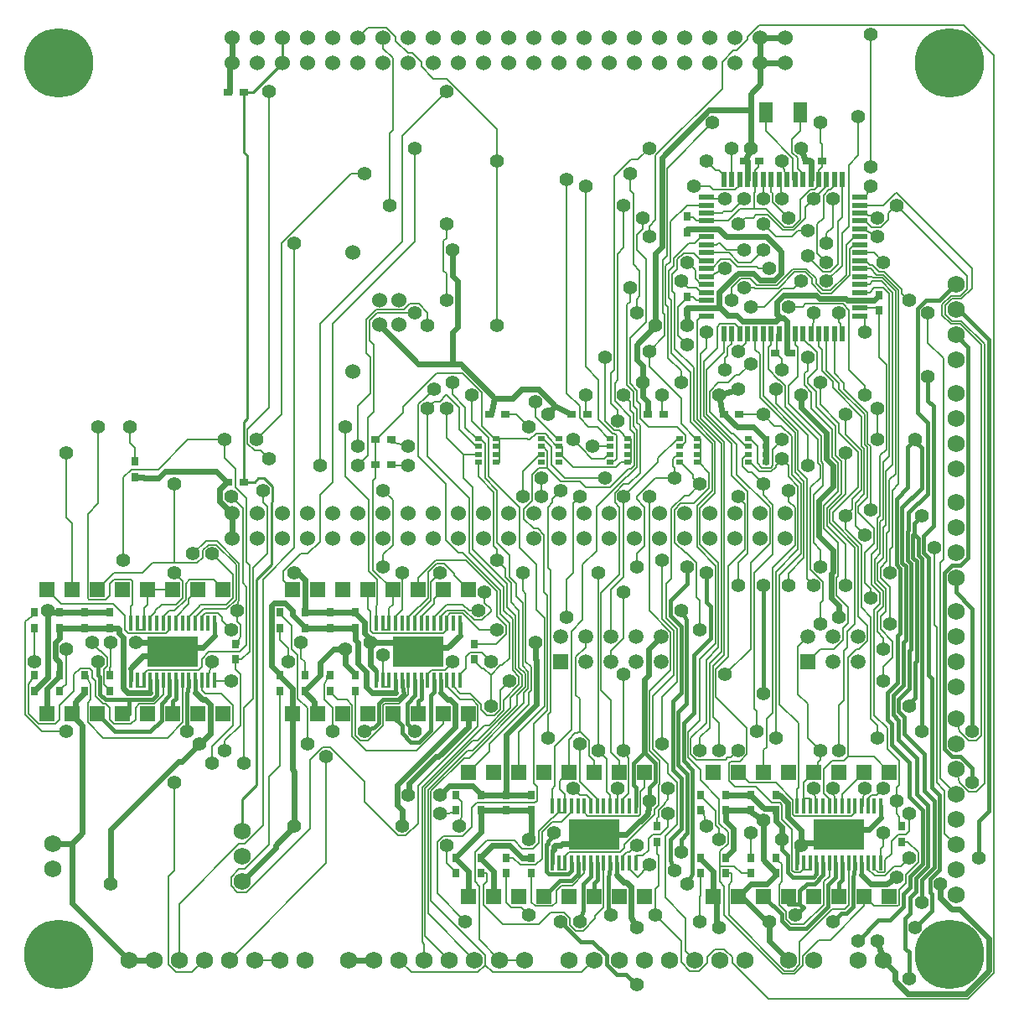
<source format=gbl>
*
*
G04 PADS 9.5 Build Number: 522968 generated Gerber (RS-274-X) file*
G04 PC Version=2.1*
*
%IN "DriverBoardRev2.pcb"*%
*
%MOIN*%
*
%FSLAX35Y35*%
*
*
*
*
G04 PC Standard Apertures*
*
*
G04 Thermal Relief Aperture macro.*
%AMTER*
1,1,$1,0,0*
1,0,$1-$2,0,0*
21,0,$3,$4,0,0,45*
21,0,$3,$4,0,0,135*
%
*
*
G04 Annular Aperture macro.*
%AMANN*
1,1,$1,0,0*
1,0,$2,0,0*
%
*
*
G04 Odd Aperture macro.*
%AMODD*
1,1,$1,0,0*
1,0,$1-0.005,0,0*
%
*
*
G04 PC Custom Aperture Macros*
*
*
*
*
*
*
G04 PC Aperture Table*
*
%ADD010C,0.001*%
%ADD016R,0.038X0.03*%
%ADD023R,0.03X0.038*%
%ADD026C,0.06*%
%ADD027R,0.06X0.06*%
%ADD033C,0.006*%
%ADD037C,0.055*%
%ADD128R,0.05906X0.02165*%
%ADD129R,0.02165X0.05906*%
%ADD189C,0.0689*%
%ADD190C,0.068*%
%ADD192R,0.01575X0.06102*%
%ADD193R,0.20276X0.12205*%
%ADD195C,0.27559*%
%ADD197R,0.05709X0.08465*%
%ADD198R,0.05906X0.05906*%
%ADD199C,0.05906*%
%ADD200R,0.0315X0.01969*%
%ADD215C,0.00984*%
%ADD217C,0.01575*%
%ADD218C,0.02362*%
*
*
*
*
G04 PC Circuitry*
G04 Layer Name DriverBoardRev2.pcb - circuitry*
%LPD*%
*
*
G04 PC Custom Flashes*
G04 Layer Name DriverBoardRev2.pcb - flashes*
%LPD*%
*
*
G04 PC Circuitry*
G04 Layer Name DriverBoardRev2.pcb - circuitry*
%LPD*%
*
G54D10*
G54D16*
G01X317426Y333390D03*
X311226D03*
X304926Y256928D03*
X298726D03*
X292426Y333390D03*
X286226D03*
X284498Y232666D03*
X278298D03*
X254261D03*
X248061D03*
X224025D03*
X217825D03*
X191269D03*
X185069D03*
X139656Y222509D03*
X145856D03*
X139656Y212509D03*
X145856D03*
X80994Y360757D03*
X87194D03*
X80994Y205757D03*
X87194D03*
G54D23*
X349094Y68857D03*
Y62657D03*
X339951Y280028D03*
Y273828D03*
X299094Y81357D03*
Y75157D03*
Y50157D03*
Y56357D03*
X289094Y75157D03*
Y81357D03*
Y56357D03*
Y50157D03*
X279094Y75157D03*
Y81357D03*
Y56357D03*
Y50157D03*
X269094Y75157D03*
Y81357D03*
Y50157D03*
Y56357D03*
X263701Y311278D03*
Y305078D03*
Y279403D03*
Y273203D03*
X251594Y68857D03*
Y62657D03*
X201594Y81357D03*
Y75157D03*
Y56357D03*
Y50157D03*
X191594Y81357D03*
Y75157D03*
Y56357D03*
Y50157D03*
X181594Y81357D03*
Y75157D03*
Y56357D03*
Y50157D03*
X179094Y141357D03*
Y135157D03*
X171594Y75157D03*
Y81357D03*
Y50157D03*
Y56357D03*
X131594Y153857D03*
Y147657D03*
Y128857D03*
Y122657D03*
X121594Y153857D03*
Y147657D03*
Y128857D03*
Y122657D03*
X111594Y153857D03*
Y147657D03*
Y122657D03*
Y128857D03*
X101594Y147657D03*
Y153857D03*
Y122657D03*
Y128857D03*
X84094Y141357D03*
Y135157D03*
X44094Y213857D03*
Y207657D03*
X34094Y153857D03*
Y147657D03*
Y128857D03*
Y122657D03*
X24094Y153857D03*
Y147657D03*
Y122657D03*
Y128857D03*
X14094Y153857D03*
Y147657D03*
Y122657D03*
Y128857D03*
X4094Y153857D03*
Y147657D03*
Y122657D03*
Y128857D03*
G54D26*
X149094Y268257D03*
Y278099D03*
X141220D03*
Y268257D03*
X130591Y296879D03*
Y249477D03*
X82677Y372272D03*
Y382272D03*
X92677Y372272D03*
Y382272D03*
X102677Y372272D03*
Y382272D03*
X112677Y372272D03*
Y382272D03*
X122677Y372272D03*
Y382272D03*
X132677Y372272D03*
Y382272D03*
X142677Y372272D03*
Y382272D03*
X152677Y372272D03*
Y382272D03*
X162677Y372272D03*
Y382272D03*
X172677Y372272D03*
Y382272D03*
X182677Y372272D03*
Y382272D03*
X192677Y372272D03*
Y382272D03*
X202677Y372272D03*
Y382272D03*
X212677Y372272D03*
Y382272D03*
X222677Y372272D03*
Y382272D03*
X232677Y372272D03*
Y382272D03*
X242677Y372272D03*
Y382272D03*
X252677Y372272D03*
Y382272D03*
X262677Y372272D03*
Y382272D03*
X272677Y372272D03*
Y382272D03*
X282677Y372272D03*
Y382272D03*
X292677Y372272D03*
Y382272D03*
X302677Y372272D03*
Y382272D03*
X82677Y183296D03*
Y193296D03*
X92677Y183296D03*
Y193296D03*
X102677Y183296D03*
Y193296D03*
X112677Y183296D03*
Y193296D03*
X122677Y183296D03*
Y193296D03*
X132677Y183296D03*
Y193296D03*
X142677Y183296D03*
Y193296D03*
X152677Y183296D03*
Y193296D03*
X162677Y183296D03*
Y193296D03*
X172677Y183296D03*
Y193296D03*
X182677Y183296D03*
Y193296D03*
X192677Y183296D03*
Y193296D03*
X202677Y183296D03*
Y193296D03*
X212677Y183296D03*
Y193296D03*
X222677Y183296D03*
Y193296D03*
X232677Y183296D03*
Y193296D03*
X242677Y183296D03*
Y193296D03*
X252677Y183296D03*
Y193296D03*
X262677Y183296D03*
Y193296D03*
X272677Y183296D03*
Y193296D03*
X282677Y183296D03*
Y193296D03*
X292677Y183296D03*
Y193296D03*
X302677Y183296D03*
Y193296D03*
G54D27*
X274094Y41072D03*
X284094D03*
X294094D03*
X304094D03*
X314094D03*
X324094D03*
X334094D03*
X344094D03*
Y90442D03*
X334094D03*
X324094D03*
X314094D03*
X304094D03*
X294094D03*
X284094D03*
X274094D03*
X176594Y41072D03*
X186594D03*
X196594D03*
X206594D03*
X216594D03*
X226594D03*
X236594D03*
X246594D03*
Y90442D03*
X236594D03*
X226594D03*
X216594D03*
X206594D03*
X196594D03*
X186594D03*
X176594D03*
X106594Y113572D03*
X116594D03*
X126594D03*
X136594D03*
X146594D03*
X156594D03*
X166594D03*
X176594D03*
Y162942D03*
X166594D03*
X156594D03*
X146594D03*
X136594D03*
X126594D03*
X116594D03*
X106594D03*
X9094Y113572D03*
X19094D03*
X29094D03*
X39094D03*
X49094D03*
X59094D03*
X69094D03*
X79094D03*
Y162942D03*
X69094D03*
X59094D03*
X49094D03*
X39094D03*
X29094D03*
X19094D03*
X9094D03*
G54D33*
X60415Y10855D02*
X57294Y13976D01*
Y49011*
X60415Y10855D02*
X66693D01*
X71594Y15757*
X183394Y13795D02*
X180455Y10855D01*
X153996*
X149094Y15757*
X226594D02*
X221693Y10855D01*
X186334*
X183394Y13795*
X268376Y11457D02*
X271594Y14676D01*
Y16838*
X274813Y20057*
X278376*
X268376Y11457D02*
X264813D01*
X261381Y14889*
Y23254*
X251102Y33532*
X305876Y11457D02*
X308461Y14042D01*
Y22982*
X321396Y35917*
X326213*
X327994Y37699*
Y47435*
X305876Y11457D02*
X302313D01*
X280194Y33576*
X306373Y10257D02*
X309728Y13612D01*
Y17471*
X315966Y23710*
X320632*
X334094Y37172*
Y41072*
X306373Y10257D02*
X301816D01*
X278494Y33579*
Y45014*
X276694Y46814*
Y52957*
X375418Y300D02*
X385752Y10634D01*
Y375391*
X375418Y300D02*
X295970D01*
X281594Y14676*
Y16838*
X278376Y20057*
X61594Y15757D02*
Y38082D01*
X85470Y61957*
X87759*
X94978Y69177*
Y167017*
X107480Y179519*
Y300619*
X81594Y15757D02*
X120079Y54241D01*
Y96524*
X91594Y15757D02*
X101594D01*
X159383Y25468D02*
Y83912D01*
X178337Y102867*
X180331*
X193397Y115932*
Y120088*
X198000Y124690*
X159094Y15757D02*
Y22058D01*
X158183Y22970*
Y84409*
X183394Y13795D02*
Y17753D01*
X161783Y39364*
Y82918*
X175512Y31013D02*
X164303Y42222D01*
X179094Y15757D02*
X160583Y34268D01*
Y83415*
X169094Y15757D02*
X159383Y25468D01*
X204618Y29882D02*
X209398Y34663D01*
X214819*
X204618Y29882D02*
X190511D01*
X182694Y37699*
X189094Y15757D02*
X180994Y23857D01*
Y45014*
X179194Y46814*
Y58629*
X189094Y15757D02*
X199094D01*
X222378Y27363D02*
X227165Y32150D01*
Y33382*
X230494Y36711*
Y47435*
X222378Y27363D02*
X219354D01*
X217087Y29630*
Y32395*
X214819Y34663*
X268740Y31013D02*
Y40832D01*
X269094Y41187*
Y50157*
X266594Y15757D02*
X263067Y19284D01*
Y32433*
X255011Y40489*
X310178Y29882D02*
X318001Y37705D01*
Y46851*
X320256Y49106*
Y54438*
X310178Y29882D02*
X305024D01*
X302885Y32020*
Y34837*
X300194Y37528*
X57294Y49011D02*
X59606Y51323D01*
Y86446*
X88414Y42613D02*
X113780Y67978D01*
Y95387*
X118567Y100174*
X121591*
X88414Y42613D02*
X84814D01*
X82269Y45158*
Y48757*
X85470Y51957*
X87759*
X97402Y61600*
Y88668*
X101594Y92861*
Y122657*
X164303Y42222D02*
Y62761D01*
X166570Y65028*
X174374*
X177918Y68572*
Y76153*
X180022Y78257*
X203167*
X203994Y79084*
X182694Y37699D02*
Y45514D01*
X183994Y46814*
Y50157*
X171594D02*
Y50557D01*
X167953Y54198*
Y61249*
X181594Y50157D02*
X183994D01*
X200709Y33532D02*
X197599Y36642D01*
X193751*
X191594Y38799*
Y50157*
X209967Y37172D02*
X211594Y38799D01*
Y43344*
X213610Y45360*
X217944*
X222756Y50172*
Y54438*
X209967Y37172D02*
X203222D01*
X201594Y38799*
Y50157*
X215079Y54438D02*
Y51687D01*
X212520*
Y54438*
X243966Y48650D02*
X245931Y50615D01*
Y51038*
X248583Y53690*
X243966Y48650D02*
X243904D01*
X240525Y52030*
Y54438*
X240669*
X230494Y47435D02*
X230433Y47496D01*
Y54438*
X255011Y40489D02*
Y64896D01*
X259792Y69676*
X251102Y33532D02*
Y44115D01*
X252233Y45245*
Y57210*
X276694Y52957D02*
Y58816D01*
X279949Y62070*
X280194Y33576D02*
Y45514D01*
X281494Y46814*
Y50157*
X279094*
X308621Y50487D02*
X310164Y52030D01*
Y54438*
X308621Y50487D02*
X306300D01*
X305402Y51385*
Y67789*
X301494Y71696*
Y77429*
X300667Y78257*
X297194*
X290900Y84552*
X282712*
X280194Y87069*
X301496Y46816D02*
Y53955D01*
X299094Y55557*
Y56357*
X300194Y37528D02*
Y45514D01*
X301496Y46816*
X289094Y50157D02*
X285231D01*
X282431Y52957*
X276694*
X312579Y54438D02*
Y51687D01*
X310020*
Y54438*
X327994Y47435D02*
X327933Y47496D01*
Y54438*
X342386Y49287D02*
X343616Y50517D01*
Y50578*
X346003Y52964*
X348645*
X351890Y56209*
X342386Y49287D02*
X338209D01*
X335466Y52030*
X341889Y50487D02*
X342416Y51014D01*
Y55519*
X344853Y57956*
Y63088*
X347522Y65757*
X350667*
X351890Y66979*
Y73847*
X341889Y50487D02*
X339568D01*
X338025Y52030*
X347467Y37172D02*
X347996Y37701D01*
Y43722*
X350597Y46322*
Y49747*
X355540Y54689*
Y58611*
X347467Y37172D02*
X337994D01*
X334094Y41072*
X335466Y52030D02*
Y54438D01*
X335610*
X338025Y52030D02*
Y54438D01*
X338169*
X151827Y65158D02*
X156734Y70065D01*
Y84885*
X180494Y108645*
Y116944*
X151827Y65158D02*
X148803D01*
X135197Y78764*
Y86568*
X121591Y100174*
X172992Y68808D02*
X173011Y68803D01*
X174014Y72963*
Y78538*
X171594Y80957*
Y81357*
X179194Y58629D02*
X183895Y63330D01*
X194898*
X202221Y60119D02*
X204539Y62437D01*
Y66899*
X210103Y72463*
X210459*
X212664Y74668*
Y77076*
X202221Y60119D02*
X198109D01*
X194898Y63330*
X203467Y53557D02*
X205919Y56008D01*
Y66582*
X209939Y70601*
X213716*
X217782Y74668*
Y77076*
X203467Y53557D02*
X197246D01*
X194446Y56357*
X191594*
X214934Y56846D02*
X216660Y58572D01*
X236922*
X238763Y60412*
Y61630*
X246092Y68960*
X246110*
X250670Y73520*
Y75620*
X252362Y77312*
Y85493*
X252669Y85800*
Y95030*
X215079Y54438D02*
X214934D01*
Y56846*
X238110Y54438D02*
X237966D01*
Y56846*
X239649Y58528*
X240823*
X243543Y61249*
X243228Y54438D02*
Y57172D01*
X246063Y57272*
X248194Y59403*
Y63929*
X250022Y65757*
X253167*
X256142Y68731*
Y73847*
X259792Y69676D02*
Y86304D01*
X256142Y89954*
Y93568*
X249972Y99738*
X252233Y57210D02*
X251594Y57848D01*
Y62657*
Y68857D02*
Y72202D01*
X252181Y72788*
Y75241*
X254630Y77690*
Y78131*
X256142Y79643*
Y83926*
X279949Y62070D02*
Y66563D01*
X276500Y70012*
Y79694*
X268879Y87315*
Y91324*
X263890Y96313*
X271260Y68808D02*
X270294Y73557D01*
Y75157*
X269094*
X276299Y63769D02*
Y67967D01*
X275105Y69161*
Y74946*
X269094Y80957*
Y81357*
X289094Y56357D02*
Y60799D01*
X288898Y60996*
Y66288*
X310164Y54438D02*
X310020D01*
X340728D02*
Y59972D01*
X341811Y61055*
Y66288*
X355540Y58611D02*
X351494Y62657D01*
X349094*
Y68857D02*
X347894D01*
Y72803*
X346850Y73847*
Y78887*
X370669Y61564D02*
X366100Y66133D01*
Y83064*
X362919Y86245*
Y147861*
X361969Y148812*
Y179674*
X160583Y83415D02*
X176298Y99130D01*
X178292*
X196164Y117002*
Y121118*
X199200Y124154*
Y129661*
X161783Y82918D02*
X175001Y96136D01*
X176995*
X198786Y117928*
Y121979*
X200400Y123592*
Y130412*
X158183Y84409D02*
X182897Y109123D01*
X184890*
X190630Y114862*
Y119048*
X196800Y125218*
Y128392*
X165433Y73847D02*
Y74124D01*
X169083*
X169194Y74235*
X171594*
Y75157*
X176594Y90442D02*
X184872Y98719D01*
Y101622*
X200714Y117464*
Y122061*
X201600Y122947*
X202694Y85999D02*
Y109516D01*
X208078Y114900*
X203994Y79084D02*
Y84699D01*
X202694Y85999*
X196594Y90442D02*
Y106351D01*
X206878Y116635*
Y151745*
X215079Y77076D02*
Y74324D01*
X212520*
Y77076*
X225459Y79484D02*
X223757Y81186D01*
X221087*
X218346Y83926*
X212664Y77076D02*
X212520D01*
X212958Y86805D02*
X216594Y90442D01*
X228018Y79484D02*
X220866Y86636D01*
Y101564*
X222612Y74668D02*
Y77076D01*
X222756*
X217782D02*
X217638D01*
X216594Y90442D02*
Y103233D01*
X219168Y105806*
X219947*
X220866Y106726*
X226594Y90442D02*
Y95027D01*
X224646Y96976*
Y102946*
X220866Y106726*
X227874Y77076D02*
X228018D01*
Y79484*
X225315Y77076D02*
X225459D01*
Y79484*
X215079Y77076D02*
Y81529D01*
X212958Y83650*
Y86805*
X209961Y77076D02*
Y83781D01*
X211126Y84947*
Y100621*
X217707Y107202*
Y146422*
X222126Y150841*
Y172844*
X227677Y178395*
Y195864*
X239783Y207969*
X240104*
X243813Y211678*
Y226465*
X244389Y73124D02*
X244924Y73660D01*
Y82631*
X246594Y84301*
Y90442*
X244389Y73124D02*
X224155D01*
X222612Y74668*
X235551Y77076D02*
X236039D01*
Y83926*
X235984*
X238110Y77076D02*
X237966D01*
Y79484*
X240494Y82012*
Y95873*
X238504Y99044*
X236594Y90442D02*
Y95067D01*
X233465Y98197*
Y118961*
X229454Y122971*
Y161713*
X232992Y77076D02*
Y81392D01*
X232992D02*
X231670Y82713D01*
Y95799*
X228425Y99044*
X280194Y87069D02*
Y93815D01*
X281029Y94649*
X284625*
X287508Y97532*
X307994Y84315D02*
Y109825D01*
X300366Y117454*
X294094Y90442D02*
Y99230D01*
X295197Y100332*
Y111643*
X297682Y114127*
Y171678*
X306577Y180574*
Y195526*
X307461Y77076D02*
Y83781D01*
X307994Y84315*
X320256Y77076D02*
X320400D01*
Y79484*
X318004Y81880*
Y91624*
X321248Y94868*
X326167*
X327823Y96524*
X314094Y90442D02*
X315562D01*
Y94342*
X316614Y95394*
Y99044*
X325374Y77076D02*
Y81721D01*
X334094Y90442*
X322815Y77076D02*
X322328D01*
Y79827*
X321654Y83926*
X315138Y77076D02*
X314650D01*
Y79827*
X314094Y83926*
X312579Y77076D02*
Y79827D01*
X310020*
Y77076*
Y86367*
X314094Y90442*
X329093Y73124D02*
X330636Y74668D01*
Y77076*
X329093Y73124D02*
X306300D01*
X305734Y73691*
Y79390*
X298977Y86147*
X288390*
X284094Y90442*
X330636Y77076D02*
X330492D01*
X335610D02*
X335466D01*
Y79484*
X337168Y81186*
X339071*
X341811Y83926*
X347994Y85375D02*
Y95024D01*
X343217Y99801*
Y108001*
X338091Y113127*
X346850Y78887D02*
Y84231D01*
X347994Y85375*
X344094Y90442D02*
X338012Y96524D01*
X327823*
X333051Y77076D02*
X333539D01*
Y79827*
X334252Y83926*
X364194Y88039D02*
Y173484D01*
X365619Y174908*
X375575Y82796D02*
X371925Y86446D01*
X370669Y91564*
X375575Y82796D02*
X378598D01*
X381937Y86134*
Y260673*
X372816Y269793*
X368957*
X366369Y272381*
X370669Y81564D02*
X364194Y88039D01*
X12467Y109672D02*
X14094Y111299D01*
Y116914*
X19833Y122653*
Y129268*
X22222Y131657*
X25967*
X12467Y109672D02*
X5722D01*
X1694Y113699*
X25194Y110199D02*
Y118014D01*
X26494Y119314*
X16772Y106603D02*
X7093D01*
X494Y113202*
X42467Y109672D02*
X44238Y111443D01*
Y115988*
X45743Y117493*
X51544*
X55256Y121205*
Y126938*
X42467Y109672D02*
X35722D01*
X34094Y111299*
Y115844*
X32446Y117493*
X31510*
X28315Y120688*
Y126604*
X27089Y127830*
Y130535*
X25967Y131657*
X56879Y104083D02*
X62994Y110199D01*
Y119935*
X56879Y104083D02*
X31310D01*
X25194Y110199*
X79764Y99044D02*
Y102850D01*
X85933Y109020*
Y129395*
X74724Y94005D02*
Y100750D01*
X82994Y109020*
Y116944*
X87323Y94005D02*
Y115971D01*
X90912Y119560*
Y171775*
X96577Y177440*
X122598Y106603D02*
Y115910D01*
X119194Y119314*
X112520Y101564D02*
Y115989D01*
X108738Y119771*
Y136842*
X106255Y139324*
Y148796*
X101594Y153457*
Y153857*
X136709Y102953D02*
X142682Y108926D01*
Y116932*
X143348Y117598*
X149149*
X152756Y121205*
Y126938*
X136709Y102953D02*
X133685D01*
X131547Y105091*
X130347Y104594D02*
Y109571D01*
X130494Y109719*
Y116944*
X128237Y119202*
X124650*
X121594Y122257*
Y122657*
X131694Y108742D02*
Y118599D01*
X131594Y118699*
Y122657*
X131547Y105091D02*
Y108594D01*
X131694Y108742*
X156033Y99044D02*
X166594Y109606D01*
Y113572*
X156033Y99044D02*
X135897D01*
X130347Y104594*
X187102Y113032D02*
X189335Y115265D01*
Y122946*
X193150Y126761*
X187102Y113032D02*
X184079D01*
X181818Y115293*
Y117318*
X177442Y121694*
X173361*
X170525Y124530*
X208268Y104083D02*
Y113268D01*
X209278Y114278*
X220866Y106726D02*
Y119619D01*
X219454Y121031*
Y136265*
X228425Y99044D02*
Y112499D01*
X228254Y112669*
Y163992*
X238504Y99044D02*
Y129280D01*
X252669Y95030D02*
X248772Y98927D01*
Y122710*
X249972Y99738D02*
Y120587D01*
X258360Y128975*
X263890Y96313D02*
Y106158D01*
X268740Y111008*
Y135310*
X274910Y141480*
X265090Y97532D02*
Y103810D01*
X271260Y109979*
Y134970*
X276110Y139820*
X268740Y99044D02*
Y104228D01*
X272614Y108103*
Y133754*
X277310Y138449*
Y220946*
X253622Y101564D02*
Y120364D01*
X259560Y126302*
X278944Y95394D02*
X279706Y96156D01*
X280970*
X283858Y99044*
X278944Y95394D02*
X267228D01*
X265090Y97532*
X273969Y112282D02*
Y132537D01*
X278510Y137078*
X287508Y97532D02*
Y107993D01*
X275169Y120332*
X276299Y99044D02*
Y109952D01*
X273969Y112282*
X291417Y106603D02*
Y114666D01*
X290287Y115796*
Y169626*
X298976Y104083D02*
Y170117D01*
X307777Y178917*
Y204132*
X327823Y96524D02*
Y116589D01*
X327722Y116690*
X316614Y99044D02*
X311614Y104044D01*
Y117502*
X307722Y121394*
X324173Y99044D02*
Y117082D01*
X325975Y118883*
Y138720*
X327357Y140102*
Y146461*
X330343Y149447*
Y179606*
X339291Y104083D02*
Y109081D01*
X336759Y111613*
Y151992*
X332936Y155815*
Y180723*
X326693Y186966*
Y192272*
X378598Y102953D02*
X380737Y105091D01*
Y260176*
X378598Y102953D02*
X375575D01*
X371925Y106603*
X370669Y111564*
X1694Y113699D02*
Y125141D01*
X2894Y127257*
Y128857*
X4094*
X494Y113202D02*
Y150257D01*
X1654Y151416*
X4094Y153070*
Y153857*
X26494Y119314D02*
Y125141D01*
X25294Y127257*
Y128857*
X24094*
X14094Y122657D02*
Y123382D01*
X16772Y125334*
Y139359*
X47579Y126938D02*
Y124187D01*
X45020*
Y126938*
X47434Y129346D02*
X49160Y131072D01*
X69422*
X70603Y132253*
Y135361*
X70603D02*
X73506Y138263D01*
X85674*
X88453Y141043*
Y164095*
X33020Y132632D02*
Y135832D01*
X30218Y138634*
X30095*
X26850Y141879*
X31694Y125457D02*
Y131306D01*
X33020Y132632*
X34094Y122657D02*
Y123057D01*
X31694Y125457*
X34094Y128857D02*
Y131833D01*
X34409Y132148*
Y141879*
X47579Y126938D02*
X47434D01*
Y129346*
X62994Y119935D02*
X62933Y119996D01*
Y126938*
X82994Y116944D02*
X78218Y121721D01*
X71876*
X70610Y122987*
Y126938*
X85933Y129395D02*
X84094Y131234D01*
Y135157*
X82283Y126761D02*
X75728D01*
Y126938*
X73169D02*
Y127575D01*
X74724Y134320*
X119194Y119314D02*
Y125141D01*
X120394Y127257*
Y128857*
X121594*
X111594D02*
Y134145D01*
X110000Y135740*
Y141879*
X145079Y126938D02*
Y124187D01*
X142520*
Y126938*
Y131921*
X142756Y132157*
Y136839*
X160433Y126938D02*
X160289D01*
Y129346*
X162015Y131072*
X167224*
X170472Y134320*
X167966Y126938D02*
X168110D01*
X185591Y128963D02*
X182754Y131800D01*
X182051*
X179094Y134757*
Y135157*
X185591Y128963D02*
X189432Y132805D01*
X189967*
X192960Y135798*
Y149619*
X170525Y124530D02*
Y126938D01*
X170669*
X180494Y116944D02*
X178237Y119202D01*
X173294*
X167966Y124530*
Y126938*
X185591Y116682D02*
Y128963D01*
X173228Y126938D02*
Y129202D01*
X175673Y131647*
Y136408*
X177222Y137957*
X181954*
X198000Y124690D02*
Y129009D01*
X195411Y131598*
Y152699*
X192164Y155945*
Y165285*
X178432Y179017*
Y203617*
X174724Y207325*
Y216682*
X196800Y128392D02*
X194185Y131006D01*
Y151159*
X190782Y154563*
Y163926*
X176905Y177803*
Y199381*
X160394Y215892*
Y235107*
X199200Y129661D02*
X196830Y132031D01*
Y154710*
X193613Y157927*
Y165562*
X191320Y167854*
Y171424*
X188110Y174635*
X200400Y130412D02*
X198189Y132622D01*
Y157747*
X195669Y160267*
Y165335*
X193150Y167854*
Y176512*
X188110Y181551*
Y202415*
X183266Y207259*
Y220948*
X181188Y223027*
X180551*
X201600Y122947D02*
Y132253D01*
X199484Y134369*
Y161400*
X198189Y162695*
Y169595*
X208078Y114900D02*
Y160596D01*
X206822Y161852*
Y184666*
X204256Y187233*
X202677*
X198777Y191133*
X209278Y114278D02*
Y170615D01*
X208268Y171626*
X248772Y122710D02*
X257160Y131098D01*
Y146062*
X259560Y126302D02*
Y147383D01*
X255356Y151586*
X258360Y128975D02*
Y146706D01*
X253622Y151444*
Y174635*
X275169Y120332D02*
Y131416D01*
X279959Y136206*
Y172425*
X286577Y179044*
X278819Y129280D02*
X288898Y139359D01*
Y173492*
X296577Y181171*
Y195613*
X300366Y117454D02*
Y168650D01*
X308977Y177261*
X307722Y121394D02*
Y140467D01*
X311575Y144320*
X327722Y116690D02*
Y135916D01*
X331166Y139359*
X332063*
X335428Y142724*
X338091Y113127D02*
Y155062D01*
X340422Y157392*
X341811Y126761D02*
Y132304D01*
X345461Y135954*
Y142452*
X4173Y134320D02*
Y141374D01*
X4094Y141453*
Y147657*
X47579Y149576D02*
Y146824D01*
X45020*
Y149576*
X47579D02*
Y155526D01*
X49094Y157042*
Y162942*
X42461Y149576D02*
Y156281D01*
X42994Y156815*
X56416Y145624D02*
X57959Y147168D01*
Y149576*
X56416Y145624D02*
X41300D01*
X40115Y146810*
Y152509*
X35375Y157249*
X14787*
X9094Y162942*
X57959Y149576D02*
X57815D01*
X65348Y151984D02*
X69685Y156321D01*
Y156703*
X69979Y156997*
X80422*
X82994Y159569*
Y168884*
X68051Y149576D02*
X67907D01*
Y151984*
X71185Y155262*
X80384*
X84194Y159072*
X60230Y151984D02*
X65458Y157212D01*
Y159305*
X69094Y162942*
X55112Y151984D02*
X57790Y154662D01*
X59784*
X64226Y159104*
Y165346*
X65722Y166842*
X75194*
X50138Y149576D02*
X49994D01*
Y151984*
X52047Y154037*
Y154477*
X54567Y156997*
X60422*
X62994Y159569*
X65492Y149576D02*
X65348D01*
Y151984*
X60374Y149576D02*
X60230D01*
Y151984*
X55256Y149576D02*
X55112D01*
Y151984*
X70610Y149576D02*
X70466D01*
Y151984*
X72009Y153527*
X85933Y144398D02*
Y149063D01*
X84803Y150194*
Y154477*
X82283Y146918D02*
X78559Y150642D01*
Y151856*
X76889Y153527*
X72009*
X84094Y135157D02*
X86494D01*
X89653Y138315*
X84094Y141357D02*
X85294D01*
Y142957*
X85933Y144398*
X89653Y138315D02*
Y172698D01*
X88450Y173902*
Y199328*
X84094Y203683*
Y210929*
X79764Y215259*
Y222509*
X104961Y134320D02*
Y139730D01*
X101594Y143096*
Y147657*
X145079Y149576D02*
Y146824D01*
X142520*
Y149576*
X147494D02*
Y151984D01*
X150495Y154985*
X147494Y149576D02*
X147638D01*
X145079D02*
Y155526D01*
X146594Y157042*
Y162942*
X139961Y149576D02*
Y156281D01*
X140494Y156815*
Y166830*
X166711Y145624D02*
X168255Y147168D01*
Y149576*
X166711Y145624D02*
X138800D01*
X137644Y146781*
Y154231*
X136594Y155280*
Y162942*
X155315Y149576D02*
X155171D01*
Y151984*
X161736Y158549*
Y165898*
X165433Y169595*
X162992Y149576D02*
X162848D01*
Y151984*
X167861Y156997*
X165407Y151984D02*
X168150Y154727D01*
X175060*
X168255Y149576D02*
X168110D01*
X167966Y151984D02*
X169509Y153527D01*
X174484*
X157730Y151984D02*
X162958Y157212D01*
Y159305*
X166594Y162942*
X152612Y151984D02*
X156912Y156284D01*
X157210*
X160514Y159589*
Y169838*
X163921Y173245*
X166945*
X168110Y149576D02*
X167966D01*
Y151984*
X165551Y149576D02*
X165407D01*
Y151984*
X157874Y149576D02*
X157730D01*
Y151984*
X152756Y149576D02*
X152612D01*
Y151984*
X182063Y150827D02*
X185591Y154355D01*
Y155233*
X182063Y150827D02*
X178960D01*
X175060Y154727*
X188110Y146918D02*
X181092D01*
X174484Y153527*
X185591Y134320D02*
X181954Y137957D01*
X179094Y141357D02*
X187711D01*
X191760Y145406*
X192960Y149619D02*
X189399Y153181D01*
Y162567*
X174351Y177615*
X172842*
X167677Y182781*
Y204959*
X156744Y215892*
Y236619*
X191760Y145406D02*
Y148776D01*
X188110Y152426*
Y162159*
X175634Y174635*
X206878Y151745D02*
X203731Y154893D01*
Y172971*
X197077Y179625*
Y195526*
X184707Y207897*
Y223141*
X178031Y229816*
Y240146*
X219454Y136265D02*
X223307Y140118D01*
Y144320*
X215827Y151957D02*
Y167076D01*
X218285Y169534*
Y197251*
X220866Y199831*
X233307Y144320D02*
Y162935D01*
X238504Y168132*
Y199831*
X233307Y134320D02*
Y138522D01*
X238504Y143719*
Y162036*
X255356Y151586D02*
Y165331D01*
X257367Y167341*
Y195198*
X262569Y200401*
X264270*
X268740Y204871*
X257160Y146062D02*
X248583Y154640D01*
Y199831*
X268740Y146918D02*
Y158761D01*
X267480Y160020*
Y173497*
X263397Y177581*
X262877*
X258661Y181796*
Y194796*
X278510Y137078D02*
Y221632D01*
X269049Y231092*
X276110Y139820D02*
Y173641D01*
X268740Y181011*
X274910Y141480D02*
Y172437D01*
X267540Y179807*
X327823Y149535D02*
Y155867D01*
X323043Y160647*
X316614Y149438D02*
Y157501D01*
X317744Y158631*
Y166068*
X311575Y134320D02*
X316575Y139320D01*
X322023*
X325792Y143089*
Y147504*
X327823Y149535*
X345461Y142452D02*
X340681Y147232D01*
Y152297*
X342822Y154438*
Y163292*
X335428Y142724D02*
Y148771D01*
X331732Y152466*
Y180061*
X321654Y190139*
X341811Y139359D02*
Y143711D01*
X339291Y146231*
Y153952*
X344331Y149438D02*
Y163957D01*
X340681Y167607*
Y171781*
X25194Y159569D02*
Y193018D01*
X29370Y197194*
Y227548*
X19094Y162942D02*
Y189169D01*
X16772Y191492*
Y217469*
X32467Y159042D02*
X34094Y160669D01*
Y165215*
X35722Y166842*
X42467*
X32467Y159042D02*
X25722D01*
X25194Y159569*
X42994Y156815D02*
Y166315D01*
X42467Y166842*
X29094Y162942D02*
X35748Y169595D01*
X47008*
X50917Y173504*
X59606*
X62994Y159569D02*
Y166315D01*
X62381Y166928*
X62274*
X59606Y169595*
X49094Y162942D02*
X59094D01*
X85394Y158575D02*
Y173343D01*
X76544Y182194*
X82994Y168884D02*
X74724Y177154D01*
X84194Y159072D02*
Y172846D01*
X76236Y180804*
X88453Y164095D02*
X86922Y165626D01*
Y195193*
X82283Y199831*
X84803Y154477D02*
X84947D01*
Y158127*
X85394Y158575*
X79094Y162942D02*
X75194Y166842D01*
X102958Y166578D02*
Y170235D01*
X109877Y177154*
X112677*
X117559Y182036*
Y200481*
X122598Y205520*
Y268624*
X155354Y301380*
Y338414*
X106594Y162942D02*
X102958Y166578D01*
X140494Y166830D02*
X137077Y170247D01*
Y198640*
X127638Y208079*
Y227548*
X138777Y170759D02*
Y206382D01*
X139656Y207261*
Y212509*
X142756Y172115D02*
Y176812D01*
X146577Y180633*
X146594Y162942D02*
X138777Y170759D01*
X150495Y154985D02*
Y169595D01*
X150315*
X156594Y162942D02*
Y167616D01*
X163614Y174635*
X175634*
X185591Y155233D02*
X183071Y157753D01*
Y162036*
X180551Y154477D02*
Y154583D01*
X176901*
X174487Y156997*
X167861*
X176594Y162942D02*
X171021Y168516D01*
Y169170*
X166945Y173245*
X208268Y171626D02*
Y195796D01*
X210062Y197590*
Y199106*
X213307Y202351*
X228254Y163992D02*
X228425Y164163D01*
Y169595*
X229454Y161713D02*
X236577Y168836D01*
Y195754*
X243543Y172115D02*
Y177206D01*
X246577Y180240*
Y195793*
X283858Y164556D02*
Y173492D01*
X287777Y177411*
Y201895*
X290287Y169626D02*
X297777Y177116D01*
Y196746*
X304016Y164556D02*
Y169404D01*
X310177Y175566*
X317744Y166068D02*
X315477Y168335D01*
X315232*
X312691Y170876*
Y203499*
X323735Y168254D02*
Y181602D01*
X318054Y187283*
X323043Y160647D02*
Y167562D01*
X323735Y168254*
X326693Y164556D02*
Y180950D01*
X319254Y188389*
Y195388*
X316614Y172115D02*
Y178765D01*
X313891Y181488*
X314094Y164556D02*
X311434Y167216D01*
Y206885*
X307846Y210473*
Y225950*
X293976Y239820*
Y264787*
X337081Y164892D02*
Y177100D01*
X339206Y179225*
Y191193*
X340424Y192411*
Y216223*
X342941Y218740*
X340422Y157392D02*
Y161551D01*
X337081Y164892*
X342822Y163292D02*
X339481Y166633D01*
Y173350*
X341622Y162319D02*
X338281Y165660D01*
Y174919*
X339291Y153952D02*
X341622Y156283D01*
Y162319*
X340681Y171781D02*
X343070Y174170D01*
Y185208*
X344036Y186175*
Y206554*
X346541Y209059*
Y281504*
X336772Y159517D02*
Y163233D01*
X334252Y165752*
Y177653*
X344331Y169595D02*
Y179009D01*
X345252Y179929*
Y202451*
X347741Y204941*
Y282001*
X39449Y174635D02*
Y207684D01*
X42522Y210757*
X53366*
X65118Y222509*
X79764*
X59606Y204871D02*
Y173504D01*
X68677*
X70945Y175772*
Y178537*
X73213Y180804*
X76236*
X67165Y177154D02*
X72205Y182194D01*
X76544*
X96577Y177440D02*
Y195959D01*
X94882Y197654*
Y202351*
X146577Y180633D02*
Y198530D01*
X142756Y202351*
X188110Y174635D02*
Y179058D01*
X186744Y180425*
Y201704*
X180551Y207897*
Y213532*
X198777Y191133D02*
Y195085D01*
X201969Y198276*
Y208773*
X204540Y211344*
X208026*
X268740Y181011D02*
Y195370D01*
X274790Y201420*
X267540Y179807D02*
Y196362D01*
X273590Y202412*
X286577Y179044D02*
Y197113D01*
X283858Y199831*
X318054Y187283D02*
Y196195D01*
X323735Y201876*
X321654Y190139D02*
Y193609D01*
X331732Y203688*
X313891Y181488D02*
Y200533D01*
X317814Y204456*
X308977Y177261D02*
Y205009D01*
X305322Y208664*
Y223844*
X301084Y228083*
X298442*
X293937Y232587*
X310177Y175566D02*
Y205976D01*
X306584Y209569*
Y225309*
X292662Y239231*
Y256621*
X290827Y258456*
Y264787*
X326693Y192272D02*
X329274Y194853D01*
Y198820*
X332932Y202478*
Y218333*
X339481Y173350D02*
X341789Y175659D01*
Y187568*
X342831Y188610*
Y210013*
X345341Y212523*
Y281007*
X330343Y179606D02*
X320454Y189496D01*
Y194581*
X334252Y177653D02*
X337902Y181303D01*
Y187363*
X331732Y193532*
Y195889*
X338281Y174919D02*
X340509Y177147D01*
Y189928*
X341626Y191045*
Y213472*
X344141Y215987*
Y280510*
X334252Y184713D02*
X330532Y188433D01*
Y197384*
X365619Y174908D02*
Y254890D01*
X359449Y261060*
Y272902*
X117559Y212430D02*
Y268624D01*
X150315Y301380*
Y343454*
X167953Y361091*
X132677Y212430D02*
X136592Y216344D01*
Y231185*
X138917Y233510*
Y260469*
X139656Y212509D02*
Y222509D01*
X152835Y212430D02*
X145856D01*
Y212509*
X208026Y211344D02*
Y218039D01*
X206188Y219877*
X205551*
X198189Y199831D02*
Y210134D01*
X204849Y216794*
X205748Y199831D02*
Y207391D01*
X223256Y203741D02*
X220901Y206096D01*
X213274*
X208026Y211344*
X223256Y203741D02*
X233157D01*
X240484Y211068*
X241505*
X242613Y212175*
X235389Y211648D02*
X237273Y213532D01*
X240138*
X235389Y211648D02*
X218354D01*
X213274Y216728*
X242613Y212175D02*
Y224965D01*
X241024Y226554*
Y231711*
X234854Y237880*
X236577Y195754D02*
X234854Y197477D01*
Y201343*
X238381Y204871*
X240440*
X245013Y209443*
Y228154*
X243543Y199954D02*
X250980Y207391D01*
X258661*
X246577Y195793D02*
X243543Y198827D01*
Y199954*
X238504Y199831D02*
X252144Y213472D01*
Y215257*
X259915Y223027*
X260551*
X230945Y207391D02*
X214948D01*
X209703Y212635*
Y219511*
X206188Y223027*
X258661Y194796D02*
X261177Y197312D01*
X266343*
X272390Y203359*
Y209370*
X258661Y207391D02*
Y211315D01*
X258076Y211900*
Y214889*
X268740Y204871D02*
X266159Y207452D01*
Y208515*
X261142Y213532*
X260551*
X272390Y209370D02*
X268228Y213532D01*
X267638*
X287777Y201895D02*
X281339Y208334D01*
Y220828*
X270249Y231918*
Y253561*
X274790Y201420D02*
Y221581D01*
X266220Y230150*
Y251165*
X258727Y258659*
Y280606*
X257531Y281801*
X273590Y202412D02*
Y220961D01*
X264926Y229626*
Y249306*
X257402Y256829*
Y278046*
X256331Y279117*
X285576Y211937D02*
Y214889D01*
X287415Y216728*
X297045Y209910D02*
X298915Y211781D01*
Y212369*
X301496Y214950*
X297045Y209910D02*
X292264D01*
X288642Y213532*
X288051*
X296889Y211451D02*
X297664Y212227D01*
X297664D02*
Y218676D01*
X301496Y222509*
X296889Y211451D02*
X293387D01*
X291594Y213244*
Y220120*
X288688Y223027*
X307777Y204132D02*
X304077Y207832D01*
Y212369*
X301496Y214950*
X296577Y195613D02*
X283457Y208733D01*
Y220735*
X271449Y232743*
Y250446*
X297777Y196746D02*
X293937Y200586D01*
Y204871*
X306577Y195526D02*
X304016Y198087D01*
Y202351*
X293937Y204871D02*
X289258Y209550D01*
X287964*
X285576Y211937*
X316614Y212430D02*
X315685Y213359D01*
Y222690*
X302721Y235654*
Y244083*
X300359Y246446*
X300114*
X295926Y250634*
Y259267*
X312691Y203499D02*
X316614Y207422D01*
Y212430*
X319254Y195388D02*
X324935Y201069D01*
Y213989*
X320454Y194581D02*
X326693Y200820D01*
Y217469*
X317814Y204456D02*
Y213136D01*
X317050Y213900*
Y223998*
X304016Y237033*
X323735Y201876D02*
Y213416D01*
X321457Y215693*
Y226641*
X313177Y234922*
Y241367*
X310375Y244169*
X311575Y212430D02*
Y224434D01*
X298976Y237033*
Y242666*
X331732Y203688D02*
Y217714D01*
X324173Y225273*
Y229121*
X316614Y236680*
Y245186*
X330532Y197384D02*
X334132Y200984D01*
Y218918*
X331732Y195889D02*
X335332Y199489D01*
Y219503*
X336772Y194792D02*
Y219814D01*
X335489Y221096*
Y233383*
X326170Y242703*
Y245083*
X322323Y248930*
Y264787*
X44094Y213857D02*
Y219214D01*
X41969Y221340*
Y227548*
X88712Y226607D02*
X97402Y235296D01*
Y361091*
Y214950D02*
X94157Y218195D01*
X91514*
X88712Y220997*
Y226607*
X92362Y222509D02*
X102441Y232587D01*
Y300741*
X130035Y328335*
X135197*
X132677Y219989D02*
Y236035D01*
X137717Y241074*
Y255395*
X139656Y222509D02*
X140056D01*
X150728Y233181*
Y235642*
X163921Y248836*
X174504*
X152835Y219989D02*
X147456Y221309D01*
X145856*
Y222509*
X179915Y219786D02*
X172992Y226708D01*
Y235230*
X168075Y240146*
X167830*
X179915Y219786D02*
X180551D01*
Y219831*
X174724Y216682D02*
X167953Y223454D01*
Y235107*
X187638Y213532D02*
X188913D01*
Y216682*
X187638D02*
X188913D01*
Y219831*
X187638D02*
X188913D01*
Y222981*
X187638D02*
X187047D01*
X181975Y228053*
Y241364*
X174504Y248836*
X180551Y222981D02*
X179961D01*
X175512Y227430*
Y235452*
X170472Y240491*
Y245186*
X180551Y222981D02*
Y223027D01*
Y216682D02*
X174724D01*
X201039Y222509D02*
X203559Y225028D01*
X207336*
X201039Y222509D02*
X200374D01*
X199902Y222981*
X187638*
X188913Y216682D02*
X187638D01*
X188913Y219831D02*
X187638D01*
X188913Y222981D02*
X187638D01*
X200709Y227548D02*
X195591Y232666D01*
X191269*
X205551Y222981D02*
Y223027D01*
X206188*
X205551Y219831D02*
Y219877D01*
Y216682D02*
Y216794D01*
X204849*
X212638Y219831D02*
Y219786D01*
X212001*
X208268Y223519*
Y224096*
X207336Y225028*
X225783Y214950D02*
X221591Y219141D01*
Y219264*
X218346Y222509*
X225783Y214950D02*
X230637D01*
X232415Y216728*
X213913Y219831D02*
X212638D01*
Y216682D02*
Y216728D01*
X213274*
X212638Y216682D02*
X213913D01*
Y219831*
X212638Y222981D02*
X212047D01*
X203228Y231800*
Y237627*
X224025Y232666D02*
X223386D01*
Y240146*
X233845Y213329D02*
X235526Y215010D01*
Y224338*
X233845Y213329D02*
X233051D01*
Y213532*
X241413Y216682D02*
X240138D01*
X241413Y219831D02*
X240138D01*
X241413Y222981D02*
X240138D01*
X243813Y226465D02*
X242408Y227870D01*
Y233083*
X241131Y234361*
Y237520*
X238504Y240146*
X245013Y228154D02*
X243768Y229399D01*
Y234781*
X242455Y236094*
Y241538*
X239824Y244169*
Y276238*
X235526Y224338D02*
X234823Y225042D01*
X234151*
X234151D02*
X228425Y230768D01*
Y246446*
X223386Y251485*
Y323296*
X235984Y230068D02*
Y234385D01*
X233465Y236905*
Y249009*
X240138Y213532D02*
X241413D01*
Y216682*
X240138D02*
X241413D01*
Y219831*
X240138D02*
X241413D01*
Y222981*
X240138D02*
X239251D01*
X238091Y225028*
X236789Y226330*
X234560*
X230945Y229945*
Y255265*
X233051Y222981D02*
X232461D01*
X227894Y227548*
X224471*
X220866Y231152*
Y235901*
X215827Y240940*
Y325816*
X233051Y219831D02*
Y219866D01*
X225906*
Y219989*
X233051Y216682D02*
Y216728D01*
X232415*
X261188Y219786D02*
X263026Y221624D01*
Y224338*
X261188Y219786D02*
X260551D01*
Y219831*
X263026Y224338D02*
X259798Y227566D01*
X248489*
X245127Y230928*
X245127D02*
Y236478D01*
X243779Y237827*
Y242091*
X241024Y244847*
Y262974*
X258076Y214889D02*
X259915Y216728D01*
X260551*
X254261Y232666D02*
X253622D01*
Y240146*
X267638Y213532D02*
X268913D01*
Y216682*
X267638D02*
X268913D01*
Y219831*
X267638D02*
X268913D01*
Y222981*
X267638D02*
X267047D01*
X261181Y228847*
Y238887*
X248583Y251485*
Y257784*
X260551Y222981D02*
Y223027D01*
Y216682D02*
Y216728D01*
X287415Y219786D02*
X282172Y225028D01*
X281263*
X272649Y233642*
Y241658*
X287415Y219786D02*
X288051D01*
Y219831*
X268913Y216682D02*
X267638D01*
X268913Y219831D02*
X267638D01*
X268913Y222981D02*
X267638D01*
X277310Y220946D02*
X267610Y230646D01*
Y269818*
X269049Y231092D02*
Y256675D01*
X271260Y258886*
Y265343*
X288051Y222981D02*
Y223027D01*
X288688*
X288051Y216682D02*
Y216728D01*
X287415*
X293937Y232587D02*
X290059D01*
X289980Y232666*
X284498*
X324935Y213989D02*
X322672Y216252D01*
Y228025*
X314895Y235801*
Y241544*
X311575Y244865*
Y246851*
X342941Y218740D02*
Y252328D01*
X339951Y255319*
Y273828*
X332932Y218333D02*
X326693Y224572D01*
Y232587*
X334132Y218918D02*
X332990Y220061D01*
Y231789*
X321619Y243159*
Y245642*
X317199Y250062*
Y258446*
X316024Y259621*
Y264787*
X335332Y219503D02*
X334252Y220584D01*
Y232559*
X324173Y242638*
Y245083*
X319173Y250083*
Y264787*
X339291Y222509D02*
Y235107D01*
X156744Y236619D02*
X159546Y239421D01*
X159668*
X162913Y242666*
X160394Y235107D02*
X163036Y237749D01*
X165433*
X167830Y240146*
X234854Y237880D02*
Y245087D01*
X235984Y246218*
Y296335*
X238504Y298855*
Y315737*
X233465Y249009D02*
X234690Y250234D01*
Y327163*
X241436Y333909*
X244078*
X248583Y338414*
X261181Y245186D02*
Y249996D01*
X256078Y255100*
Y275422*
X255131Y276369*
X271449Y250446D02*
X278228Y257225D01*
Y264787*
X272649Y241658D02*
X276177Y245186D01*
X280079*
X283133Y248240*
X284393*
X288898Y252745*
X278819Y250225D02*
Y254997D01*
X279818Y255996*
Y259140*
X281378Y260700*
Y264787*
X307726Y247636D02*
Y259292D01*
X306575Y260443*
Y264787*
X304016Y237033D02*
Y243926D01*
X307726Y247636*
X301496Y250225D02*
Y254558D01*
X299126Y256928*
X298726*
X310375Y244169D02*
Y248891D01*
X311575Y250091*
Y255265*
Y246851D02*
X315225Y250501D01*
Y257410*
X334252Y240146D02*
Y244126D01*
X328166Y250212*
Y274071*
X325685Y276552*
X137717Y255395D02*
X136120Y256991D01*
Y270369*
X139902Y274151*
X151051*
X153453Y276552*
X156866*
X137320Y269872D02*
X140351Y272902D01*
X155354*
X138917Y260469D02*
X137320Y262065D01*
Y269872*
X160394Y267863D02*
Y273025D01*
X156866Y276552*
X188110Y267863D02*
Y333375D01*
X241024Y262974D02*
X247193Y269144D01*
Y294160*
X248583Y257784D02*
X254752Y263954D01*
Y272213*
X243543Y272902D02*
Y278446D01*
X244674Y279576*
X267610Y269818D02*
X269469Y271677D01*
X271339*
X254752Y272213D02*
X253931Y273034D01*
Y294096*
X263701Y260304D02*
X260051Y263954D01*
Y275353*
X284528Y264787D02*
X284672D01*
Y266802*
X282833Y268640*
X270249Y253561D02*
X275578Y258889D01*
Y267445*
X276773Y268640*
X282833*
X283858Y257784D02*
X287008Y260934D01*
Y264787*
X287677*
X295926Y259267D02*
X297126Y260468D01*
Y264787*
X298726Y256928D02*
X299493D01*
Y264787*
X300276*
X309580D02*
X309724D01*
X315225Y257410D02*
X312331Y260304D01*
X312049*
X309580Y262773*
Y264787*
X312874D02*
X313657D01*
Y268727*
X314094Y269165*
Y272902*
X325472Y264787D02*
X324690D01*
Y268688*
X324173Y269204*
Y272902*
X334252Y265343D02*
Y271677D01*
X332362*
X366369Y272381D02*
Y275943D01*
X368954Y278528*
X372813*
X377087Y282801*
X380737Y260176D02*
X372388Y268525D01*
X368529*
X365169Y271884*
Y276440*
X167953Y277942D02*
Y288524D01*
X166822Y289655*
Y301504*
X239824Y276238D02*
X241024Y277438D01*
Y282981*
X244674Y279576D02*
Y289738D01*
X242249Y292163*
Y320307*
X241024Y321532*
Y328335*
X260051Y275353D02*
X263701Y279003D01*
Y279403*
X256331Y279117D02*
Y289779D01*
X258356Y291804*
Y294574*
X264401Y300619*
X266626*
X269324Y303317*
X257531Y281801D02*
Y288147D01*
X259803Y290419*
Y294324*
X262189Y296710*
X255131Y276369D02*
Y291476D01*
X256916Y293261*
Y309166*
X263521Y315771*
X263521D02*
X271339D01*
Y281126D02*
Y280981D01*
X271339D02*
X269324D01*
X269324D02*
X267496Y282810D01*
X263872*
X261181Y285501*
X273353Y290430D02*
X277113Y294190D01*
X280777*
X273353Y290430D02*
X271339D01*
Y290575*
Y284275D02*
Y284131D01*
X269324*
X266884Y286572*
Y289877*
X263701Y293060*
X281339Y277942D02*
Y283104D01*
X284866Y286631*
X288795*
X271339Y287425D02*
X272371D01*
X278819Y290540*
X271339Y277976D02*
X267486D01*
X266101Y279361*
X263701*
Y279403*
X299910Y282728D02*
X306333Y289151D01*
X310567*
X299910Y282728D02*
X290598D01*
X290345Y282981*
X286378*
X299304Y283928D02*
X305727Y290351D01*
X311064*
X299304Y283928D02*
X291498D01*
X288795Y286631*
X288898Y275422D02*
X294483D01*
X301538Y282477*
X306031*
X309055Y285501*
X304016Y275422D02*
X309559D01*
X310689Y276552*
X315216*
X296457Y290540D02*
X291991D01*
X291204Y291327*
X283640*
X280777Y294190*
X321143Y280651D02*
X328323Y287831D01*
Y298143*
X330348Y300168*
X332362*
X321143Y280651D02*
X317125D01*
X313198Y284577*
Y286519*
X310567Y289151*
X320646Y281851D02*
X326932Y288137D01*
Y299902*
X330348Y303317*
X332362*
X320646Y281851D02*
X317622D01*
X314941Y284532*
Y286474*
X311064Y290351*
X322983Y276489D02*
X323047Y276552D01*
X325685*
X322983Y276489D02*
X315280D01*
X315216Y276552*
X320646Y289410D02*
X323563Y292327D01*
Y309168*
X325472Y311078*
Y325811*
X320646Y289410D02*
X317622D01*
X314820Y292212*
Y292335*
X311575Y295580*
X319134Y285501D02*
X325258Y291625D01*
Y304545*
X327982Y307270*
Y331731*
X331732Y335481*
Y351013*
X345341Y281007D02*
X340848Y285501D01*
X337440*
X344141Y280510D02*
X341670Y282981D01*
X338151*
X346541Y281504D02*
X341239Y286807D01*
X337788*
X337170Y287425*
X332362*
X347741Y282001D02*
X341654Y288089D01*
X339159*
X336673Y290575*
X332362*
Y281126D02*
X336295D01*
X338151Y282981*
X332362Y284275D02*
X336215D01*
X337440Y285501*
X339951Y273828D02*
Y274827D01*
X332362*
X365169Y276440D02*
X368522Y279793D01*
X372382*
X374969Y282381*
Y287618*
X351890Y277942D02*
X349125Y280706D01*
Y282315*
X342090Y289349*
X339978*
X337365Y291962*
X336283*
X334377Y293869*
X334377D02*
X332362D01*
X377087Y282801D02*
Y290663D01*
X346973Y320776*
X374969Y287618D02*
X346850Y315737D01*
X166822Y301504D02*
X167953Y302635D01*
Y308178*
X247193Y294160D02*
X243543Y297810D01*
Y303895*
X246063Y306414*
Y310698*
X248583Y303139D02*
Y307422D01*
X251115Y309954*
Y335482*
X277677Y362044*
Y372788*
X282162Y377272*
X283193*
X287677Y381757*
Y382788*
X292308Y387419*
X253931Y294096D02*
X255603Y295769D01*
Y330317*
X273780Y348493*
X283920Y308117D02*
X286530Y310728D01*
X289906*
X291006Y311828*
X295665*
X283920Y308117D02*
X283858Y308178D01*
X269324Y293580D02*
X266194Y296710D01*
X262189*
X269324Y293580D02*
X271339D01*
Y293724*
X286378Y298099D02*
X279256D01*
X276737Y300619*
X271339Y312622D02*
X277514D01*
X278109Y313217*
X281339*
X286378Y318257*
X271339Y309472D02*
X279991D01*
X284744Y314225*
X290287*
X271339Y309472D02*
X267486D01*
X266101Y310857*
X263701*
Y311278*
X271339Y303173D02*
Y303317D01*
X269324*
X271339Y300023D02*
X275291D01*
X275887Y300619*
X276737*
X306025Y305848D02*
X310699Y310522D01*
Y314861*
X314094Y318257*
X306025Y305848D02*
X301646D01*
X295665Y311828*
X305528Y307048D02*
X308582Y310102D01*
Y317906*
X312608Y321932*
X314304*
X316168Y323796*
Y325811*
X305528Y307048D02*
X302323D01*
X295146Y314225*
X290287*
X305209Y303139D02*
X307729Y305658D01*
X311575*
X305209Y303139D02*
X298976D01*
X293937Y308178*
Y298099D02*
X288898Y293060D01*
X284174*
X280360Y296874*
X271339*
X304016Y310698D02*
X300771Y313943D01*
X300648*
X297717Y316874*
Y320503*
X297126Y321094*
Y325811*
X315484Y308178D02*
X318004Y310698D01*
Y319769*
X320167Y321932*
X320603*
X322467Y323796*
Y325811*
X319134Y300619D02*
Y304545D01*
X321654Y307065*
Y318257*
X319134Y293060D02*
X315484Y296710D01*
Y308178*
X336945Y307048D02*
X334377Y309617D01*
X332362*
X336945Y307048D02*
X340803D01*
X343605Y309850*
Y312492*
X346850Y315737*
X341811Y293060D02*
X337997Y296874D01*
X332362*
X339291Y303139D02*
X333621Y306323D01*
X332362*
X339291Y310698D02*
X335015Y311839D01*
X332362*
Y312622*
Y293724D02*
Y293869D01*
Y300023D02*
Y300168D01*
Y303173D02*
Y303317D01*
Y309472D02*
Y309617D01*
X145276Y315737D02*
Y344371D01*
X146577Y345673*
X282833Y321958D02*
X284672Y323796D01*
Y325811*
X282833Y321958D02*
X273991D01*
X272653Y323296*
X266220*
X271339Y318921D02*
Y318138D01*
X278819*
Y318257*
X284672Y325811D02*
X284528D01*
X281378D02*
Y332194D01*
X281339Y332234*
Y338414*
X278228Y325811D02*
Y327681D01*
X276299Y329610*
X275025*
X271260Y333375*
X290287Y314225D02*
Y320593D01*
X290827Y321133*
Y325811*
X293937Y318257D02*
Y325811D01*
X293976*
X301496Y318257D02*
X301058Y323158D01*
Y325811*
X300276*
X306575D02*
X305792D01*
Y334433*
X294961Y345264*
Y352799*
X303425Y325811D02*
X302643D01*
Y328464*
X301496Y333375*
X290827Y325811D02*
Y329664D01*
X292153Y330990*
Y333390*
X292426*
X316168Y325811D02*
X316024D01*
X319325D02*
X319173D01*
X313943Y318408D02*
X319325Y323789D01*
Y325811*
X322467D02*
X322323D01*
X309724D02*
X309869D01*
Y327825*
X307521Y330173*
Y334593*
X305405Y336709*
X314094Y318257D02*
X313943Y318408D01*
X316024Y325811D02*
X316100D01*
Y329664*
X317426Y330990*
Y333390*
X341689Y315737D02*
X346728Y320776D01*
X346973*
X341689Y315737D02*
X338969D01*
X338935Y315771*
X332362*
X336772Y330855D02*
Y383769D01*
X332362Y318921D02*
X334632D01*
X336772Y323296*
X146577Y345673D02*
Y374180D01*
X142677Y378080*
Y382272*
X188110Y333375D02*
Y346096D01*
X168075Y366131*
X162677*
X157874Y370934*
Y372591*
X154256Y376209*
X152677*
X147795Y381091*
Y382670*
X144177Y386288*
X305405Y336709D02*
Y342129D01*
X308740Y345464*
Y352799*
X317426Y333390D02*
Y339910D01*
X316614Y340722*
Y348493*
X132677Y382272D02*
X136693Y386288D01*
X144177*
X385752Y375391D02*
X373724Y387419D01*
X292308*
G54D37*
X243543Y5816D03*
X351890Y8335D03*
X175512Y31013D03*
X213307D03*
X220866D03*
X243543Y28493D03*
X268740Y31013D03*
X276299Y28493D03*
X296457Y31013D03*
X321654D03*
X339291Y23454D03*
X331732D03*
X354409Y28493D03*
X34409Y46131D03*
X200709Y33532D03*
X233465D03*
X263701Y46131D03*
X258661Y51170D03*
X251102Y33532D03*
X306535D03*
X346850Y48650D03*
X364488Y46131D03*
X356929Y38572D03*
X107480Y68808D03*
X150315D03*
X167953Y61249D03*
X172992Y68808D03*
X200709Y63769D03*
X210787Y66288D03*
X243543Y61249D03*
X248583Y53690D03*
X261181Y58729D03*
X271260Y68808D03*
X276299Y63769D03*
X293937Y71328D03*
X301496Y63769D03*
X288898Y66288D03*
X309055Y61249D03*
X341811Y66288D03*
X351890Y56209D03*
X379606D03*
X59606Y86446D03*
X152835Y81406D03*
X165433D03*
Y73847D03*
X218346Y83926D03*
X248583Y78887D03*
X235984Y83926D03*
X256142D03*
Y73847D03*
X321654Y83926D03*
X314094D03*
X346850Y78887D03*
X334252Y83926D03*
X341811D03*
X351890Y73847D03*
X377087Y86446D03*
X16772Y106603D03*
X64646D03*
X69685Y101564D03*
X79764Y99044D03*
X74724Y94005D03*
X87323D03*
X120079Y96524D03*
X122598Y106603D03*
X112520Y101564D03*
X135197Y106603D03*
X155354D03*
X208268Y104083D03*
X228425Y99044D03*
X220866Y101564D03*
X238504Y99044D03*
X268740D03*
X253622Y101564D03*
X276299Y99044D03*
X283858D03*
X291417Y106603D03*
X298976Y104083D03*
X316614Y99044D03*
X324173D03*
X339291Y104083D03*
X356929Y106603D03*
X377087D03*
X82283Y126761D03*
X185591Y116682D03*
X193150Y126761D03*
X238504Y129280D03*
X278819D03*
X293937Y121721D03*
X341811Y126761D03*
X351890Y116682D03*
X4173Y134320D03*
X26850Y141879D03*
X16772Y139359D03*
X44488Y141879D03*
X29370Y134320D03*
X34409Y141879D03*
X82283Y146918D03*
X74724Y134320D03*
X104961D03*
X127638Y139359D03*
X110000Y141879D03*
X137717D03*
X142756Y136839D03*
X188110Y146918D03*
X185591Y134320D03*
X170472D03*
X203228Y141879D03*
X215827Y151957D03*
X268740Y146918D03*
X324173Y151957D03*
X316614Y149438D03*
X341811Y139359D03*
X344331Y149438D03*
X9213Y154477D03*
X59606Y169595D03*
X84803Y154477D03*
X107480Y169595D03*
X142756Y172115D03*
X165433Y169595D03*
X150315D03*
X180551Y154477D03*
X183071Y162036D03*
X198189Y169595D03*
X228425D03*
X238504Y162036D03*
X243543Y172115D03*
X261181Y154477D03*
X263701Y172115D03*
X283858Y164556D03*
X271260Y169595D03*
X293937Y164556D03*
X304016D03*
X326693D03*
X316614Y172115D03*
X314094Y164556D03*
X336772Y159517D03*
X344331Y169595D03*
X39449Y174635D03*
X67165Y177154D03*
X74724D03*
X188110Y174635D03*
X253622D03*
X326693Y192272D03*
X334252Y184713D03*
X356929Y192272D03*
X361969Y179674D03*
X59606Y204871D03*
X82283Y199831D03*
X94882Y202351D03*
X117559Y212430D03*
X132677D03*
X142756Y202351D03*
X152835Y212430D03*
X198189Y199831D03*
X205748D03*
Y207391D03*
X220866Y199831D03*
X213307Y202351D03*
X238504Y199831D03*
X248583D03*
X230945Y207391D03*
X258661D03*
X268740Y204871D03*
X283858Y199831D03*
X293937Y204871D03*
X304016Y202351D03*
X311575Y212430D03*
X336772Y194792D03*
X16772Y217469D03*
X41969Y227548D03*
X29370D03*
X79764Y222509D03*
X97402Y214950D03*
X92362Y222509D03*
X127638Y227548D03*
X132677Y219989D03*
X152835D03*
X208268Y232587D03*
X200709Y227548D03*
X225906Y219989D03*
X218346Y222509D03*
X235984Y230068D03*
X301496Y214950D03*
X293937Y232587D03*
X301496Y222509D03*
X326693Y217469D03*
Y232587D03*
X339291Y222509D03*
X354409D03*
X160394Y235107D03*
X162913Y242666D03*
X167953Y235107D03*
X170472Y245186D03*
X178031Y240146D03*
X203228Y237627D03*
X223386Y240146D03*
X246063Y245186D03*
X238504Y240146D03*
X253622D03*
X261181Y245186D03*
X283858Y242666D03*
X276299Y240146D03*
X278819Y250225D03*
X301496D03*
X288898Y252745D03*
X298976Y242666D03*
X309055Y240146D03*
X316614Y245186D03*
X339291Y235107D03*
X334252Y240146D03*
X359449Y247706D03*
X155354Y272902D03*
X160394Y267863D03*
X188110D03*
X230945Y255265D03*
X248583Y257784D03*
X243543Y272902D03*
X263701Y267863D03*
X251102D03*
X263701Y260304D03*
X283858Y257784D03*
X271260Y265343D03*
X324173Y272902D03*
X314094D03*
X311575Y255265D03*
X334252Y265343D03*
X359449Y272902D03*
X167953Y277942D03*
X241024Y282981D03*
X261181Y285501D03*
X281339Y277942D03*
X286378Y282981D03*
X278819Y290540D03*
X288898Y275422D03*
X304016D03*
X296457Y290540D03*
X319134Y285501D03*
X309055D03*
X351890Y277942D03*
X107480Y300619D03*
X167953Y308178D03*
X170472Y298099D03*
X248583Y303139D03*
X246063Y310698D03*
X263701Y293060D03*
X286378Y298099D03*
X283858Y308178D03*
X304016Y310698D03*
X293937Y308178D03*
Y298099D03*
X319134Y300619D03*
X311575Y305658D03*
X319134Y293060D03*
X311575Y295580D03*
X341811Y293060D03*
X339291Y303139D03*
Y310698D03*
X135197Y328335D03*
X145276Y315737D03*
X215827Y325816D03*
X223386Y323296D03*
X241024Y328335D03*
X238504Y315737D03*
X266220Y323296D03*
X278819Y318257D03*
X286378D03*
X293937D03*
X301496D03*
X321654D03*
X314094D03*
X336772Y330855D03*
Y323296D03*
X346850Y315737D03*
X155354Y338414D03*
X188110Y333375D03*
X248583Y338414D03*
X281339D03*
X273780Y348493D03*
X271260Y333375D03*
X288898Y338414D03*
X301496Y333375D03*
X309055Y338414D03*
X316614Y348493D03*
X331732Y351013D03*
X97402Y361091D03*
X167953D03*
X336772Y383769D03*
G54D128*
X332362Y318921D03*
Y315771D03*
Y312622D03*
Y309472D03*
Y306323D03*
Y303173D03*
Y300023D03*
Y296874D03*
Y293724D03*
Y290575D03*
Y287425D03*
Y284275D03*
Y281126D03*
Y277976D03*
Y274827D03*
Y271677D03*
X271339D03*
Y274827D03*
Y277976D03*
Y281126D03*
Y284275D03*
Y287425D03*
Y290575D03*
Y293724D03*
Y296874D03*
Y300023D03*
Y303173D03*
Y306323D03*
Y309472D03*
Y312622D03*
Y315771D03*
Y318921D03*
G54D129*
X325472Y264787D03*
X322323D03*
X319173D03*
X316024D03*
X312874D03*
X309724D03*
X306575D03*
X303425D03*
X300276D03*
X297126D03*
X293976D03*
X290827D03*
X287677D03*
X284528D03*
X281378D03*
X278228D03*
Y325811D03*
X281378D03*
X284528D03*
X287677D03*
X290827D03*
X293976D03*
X297126D03*
X300276D03*
X303425D03*
X306575D03*
X309724D03*
X312874D03*
X316024D03*
X319173D03*
X322323D03*
X325472D03*
G54D189*
X86614Y46957D03*
Y56957D03*
Y66957D03*
G54D190*
X370669Y254162D03*
Y264162D03*
Y274162D03*
Y284162D03*
Y210855D03*
Y220855D03*
Y230855D03*
Y240855D03*
Y167548D03*
Y177548D03*
Y187548D03*
Y197548D03*
Y124241D03*
Y134241D03*
Y144241D03*
Y154241D03*
Y41564D03*
Y51564D03*
Y61564D03*
Y71564D03*
Y81564D03*
Y91564D03*
Y101564D03*
Y111564D03*
X331594Y15757D03*
X341594D03*
X304094D03*
X314094D03*
X216594D03*
X226594D03*
X236594D03*
X246594D03*
X256594D03*
X266594D03*
X276594D03*
X286594D03*
X129094D03*
X139094D03*
X149094D03*
X159094D03*
X169094D03*
X179094D03*
X189094D03*
X199094D03*
X41594D03*
X51594D03*
X61594D03*
X71594D03*
X81594D03*
X91594D03*
X101594D03*
X111594D03*
X11319Y62007D03*
Y52007D03*
G54D192*
X340728Y54438D03*
X338169D03*
X335610D03*
X333051D03*
X330492D03*
X327933D03*
X325374D03*
X322815D03*
X320256D03*
X317697D03*
X315138D03*
X312579D03*
X310020D03*
X307461D03*
Y77076D03*
X310020D03*
X312579D03*
X315138D03*
X317697D03*
X320256D03*
X322815D03*
X325374D03*
X327933D03*
X330492D03*
X333051D03*
X335610D03*
X338169D03*
X340728D03*
X243228Y54438D03*
X240669D03*
X238110D03*
X235551D03*
X232992D03*
X230433D03*
X227874D03*
X225315D03*
X222756D03*
X220197D03*
X217638D03*
X215079D03*
X212520D03*
X209961D03*
Y77076D03*
X212520D03*
X215079D03*
X217638D03*
X220197D03*
X222756D03*
X225315D03*
X227874D03*
X230433D03*
X232992D03*
X235551D03*
X238110D03*
X240669D03*
X243228D03*
X173228Y126938D03*
X170669D03*
X168110D03*
X165551D03*
X162992D03*
X160433D03*
X157874D03*
X155315D03*
X152756D03*
X150197D03*
X147638D03*
X145079D03*
X142520D03*
X139961D03*
Y149576D03*
X142520D03*
X145079D03*
X147638D03*
X150197D03*
X152756D03*
X155315D03*
X157874D03*
X160433D03*
X162992D03*
X165551D03*
X168110D03*
X170669D03*
X173228D03*
X75728Y126938D03*
X73169D03*
X70610D03*
X68051D03*
X65492D03*
X62933D03*
X60374D03*
X57815D03*
X55256D03*
X52697D03*
X50138D03*
X47579D03*
X45020D03*
X42461D03*
Y149576D03*
X45020D03*
X47579D03*
X50138D03*
X52697D03*
X55256D03*
X57815D03*
X60374D03*
X62933D03*
X65492D03*
X68051D03*
X70610D03*
X73169D03*
X75728D03*
G54D193*
X324094Y65757D03*
X226594D03*
X156594Y138257D03*
X59094D03*
G54D195*
X368110Y372272D03*
Y17942D03*
X13780Y372272D03*
Y17942D03*
G54D197*
X308740Y352799D03*
X294961D03*
G54D198*
X311575Y134320D03*
X213307D03*
G54D199*
X311575Y144320D03*
X321575Y134320D03*
Y144320D03*
X331575Y134320D03*
Y144320D03*
X213307D03*
X223307Y134320D03*
Y144320D03*
X233307Y134320D03*
Y144320D03*
X243307Y134320D03*
Y144320D03*
X253307Y134320D03*
Y144320D03*
G54D200*
X288051Y213532D03*
Y216682D03*
Y219831D03*
Y222981D03*
X295138D03*
Y219831D03*
Y216682D03*
Y213532D03*
X260551D03*
Y216682D03*
Y219831D03*
Y222981D03*
X267638D03*
Y219831D03*
Y216682D03*
Y213532D03*
X233051D03*
Y216682D03*
Y219831D03*
Y222981D03*
X240138D03*
Y219831D03*
Y216682D03*
Y213532D03*
X205551D03*
Y216682D03*
Y219831D03*
Y222981D03*
X212638D03*
Y219831D03*
Y216682D03*
Y213532D03*
X180551D03*
Y216682D03*
Y219831D03*
Y222981D03*
X187638D03*
Y219831D03*
Y216682D03*
Y213532D03*
G54D215*
X86614Y66957D02*
Y79678D01*
X92362Y85427*
Y167017*
X98277Y172932*
Y197498*
X98724Y197945*
Y203943*
X87194Y205757D02*
X91520D01*
X93154Y207391*
X87194Y205757D02*
Y229644D01*
X88606Y231055*
Y335398*
X98724Y203943D02*
X95276Y207391D01*
X93154*
X88606Y335398D02*
X87194Y336809D01*
Y360757*
X91161*
X102677Y372272*
Y382272*
G54D217*
X243543Y5816D02*
X239504Y9855D01*
X235725*
X231594Y13986*
Y17527*
X226012Y23110*
X221210*
X213307Y31013*
X351890Y8335D02*
Y18817D01*
X350272Y20435*
Y32361*
X220866Y31013D02*
X222207Y35523D01*
Y45977*
X225315Y49085*
Y54438*
X310877Y28195D02*
X319688Y37006D01*
Y45574*
X322815Y48701*
Y54438*
X310877Y28195D02*
X304325D01*
X301198Y31321*
Y33968*
X294094Y41072*
X321654Y31013D02*
X324871Y34230D01*
X326912*
X329707Y37025*
Y48650*
X330492Y52174*
Y54438*
X331732Y23454D02*
X339816Y31538D01*
X344220*
X349684Y37002*
Y42102*
X352382Y44801*
Y49137*
X357227Y53982*
Y75465*
X350272Y32361D02*
X352326Y34415D01*
Y40748*
X354655Y43077*
Y48326*
X359449Y53120*
Y77423*
X354409Y28493D02*
X361067Y35150D01*
Y41993*
X207786Y50812D02*
Y61565D01*
X208268Y62047*
Y62957*
X211193Y65882*
X206594Y41072D02*
X212959Y47436D01*
X217634*
X220197Y49999*
Y54438*
X216441Y49999D02*
X217638Y51196D01*
Y54438*
X216441Y49999D02*
X208599D01*
X207786Y50812*
X226594Y41072D02*
Y46374D01*
X227874Y47654*
Y54438*
X235551Y49606D02*
Y54438D01*
X232207Y48650D02*
X232992Y52174D01*
Y54438*
X233465Y33532D02*
X232207Y34790D01*
Y48650*
X263701Y46131D02*
X265829Y49854D01*
Y91228*
X258661Y51170D02*
X257044Y55404D01*
Y63606*
X306535Y33532D02*
X306789Y33278D01*
X310045Y36534*
X308507Y38072D02*
X304094D01*
Y41072*
X308507Y38072D02*
Y43446D01*
X311191Y46131*
X314345*
X317697Y49483*
Y54438*
X313938Y48799D02*
X315138Y49999D01*
Y54438*
X313938Y48799D02*
X305601D01*
X303714Y50686*
Y57256*
X301496Y59474*
Y63769*
X310045Y36534D02*
X308507Y38072D01*
X324094Y41072D02*
Y46328D01*
X325374Y47607*
Y54438*
X333051Y49606D02*
Y54438D01*
X361067Y41993D02*
X360351Y42709D01*
Y47853*
X364143Y51646*
Y81273*
X356929Y38572D02*
Y47516D01*
X361969Y52555*
Y79129*
X211193Y65882D02*
X210787Y66288D01*
X209961Y54438D02*
Y58876D01*
X210354Y59270*
X257044Y63606D02*
X261479Y68041D01*
Y87834*
X261181Y58729D02*
Y63767D01*
X263654Y66240*
Y89531*
X307461Y54438D02*
Y59654D01*
X309055Y61249*
X340728Y72243D02*
Y77076D01*
X379606Y56209D02*
Y70882D01*
X383624Y74900*
Y262232*
X248583Y78887D02*
Y84284D01*
X250982Y86683*
X243228Y77076D02*
Y84241D01*
X242207Y85262*
Y94016*
X250982Y86683D02*
Y94016D01*
X246594Y98404*
X261479Y87834D02*
X257853Y91460D01*
Y118615*
X263654Y89531D02*
X260028Y93157D01*
Y114327*
X265829Y91228D02*
X262203Y94854D01*
Y110039*
X361969Y79129D02*
X358096Y83002D01*
Y97595*
X350142Y105549*
Y112305*
X347752Y114694*
Y119375*
X357227Y75465D02*
X352152Y80540D01*
Y94461*
X345179Y101434*
Y109574*
X343403Y111350*
Y122127*
X359449Y77423D02*
X355107Y81764D01*
Y95918*
X347645Y103380*
Y111134*
X345578Y113201*
Y120852*
X364143Y81273D02*
X361149Y84267D01*
Y127740*
X359812Y129077*
Y175796*
X357831Y177776*
Y184356*
X377087Y86446D02*
Y91917D01*
X372479Y96524*
X368938*
X365882Y99581*
X50088Y106603D02*
X54567Y111082D01*
Y117589*
X57815Y120837*
Y126938*
X50088Y106603D02*
X36063D01*
X29094Y113572*
X64646Y106603D02*
X64682D01*
Y121696*
X64707Y121721*
X65492Y124674*
Y126938*
X146074Y113051D02*
Y113572D01*
X146594*
X135197Y106603D02*
X139318Y108333D01*
X140995Y110010*
Y117631*
X142775Y119411*
X148576*
X150886Y121721*
X157068Y102466D02*
X161594Y106992D01*
Y121015*
X162992Y122412*
Y126938*
X157068Y102466D02*
X153641D01*
X150254Y105852*
Y108871*
X146074Y113051*
X152207Y109995D02*
Y117729D01*
X155315Y120837*
Y126938*
X155354Y106603D02*
X152429Y109529D01*
Y109774*
X152207Y109995*
X242207Y94016D02*
X246594Y98404D01*
X262203Y110039D02*
X266220Y114056D01*
Y136862*
X272878Y143519*
Y156236*
X365882Y99581D02*
Y169531D01*
X368899Y172548*
X372440*
X375457Y175565*
X356929Y106603D02*
Y122051D01*
X357167Y122289*
Y175181*
X377087Y106603D02*
Y155469D01*
X370669Y161886*
Y167548*
X41595Y119202D02*
X32188D01*
X30005Y121384*
Y128424*
X29370Y129059*
Y134320*
X41595Y119202D02*
X50866D01*
X52706Y121042*
Y122403*
X39094Y113572D02*
X41595D01*
Y119202*
X42461Y126938D02*
Y131770D01*
X50138Y122106D02*
Y126938D01*
X68051Y122106D02*
Y126938D01*
X52706Y122403D02*
X52697Y122412D01*
Y126938*
X59094Y113572D02*
Y118500D01*
X60374Y119779*
Y126938*
X147638Y122106D02*
Y126938D01*
X139961D02*
Y130707D01*
X139429Y131239*
X165551Y122106D02*
Y126938D01*
X150886Y121721D02*
X150197Y124674D01*
Y126938*
X156594Y113572D02*
Y118500D01*
X157874Y119779*
Y126938*
X260028Y114327D02*
X263422Y117721D01*
Y150867*
X257853Y118615D02*
X261247Y122009D01*
Y148321*
X293937Y121721D02*
Y164556D01*
X343403Y122127D02*
X347342Y126066D01*
Y144625*
X348468Y145751*
Y171338*
X345578Y120852D02*
X349710Y124984D01*
Y141945*
X350643Y142878*
Y172267*
X347752Y119375D02*
X352069Y123692D01*
Y138598*
X352818Y139347*
Y173203*
X351484Y117088D02*
X354409Y120013D01*
Y133918*
X354993Y134501*
Y174151*
X351890Y116682D02*
X351484Y117088D01*
X75728Y144743D02*
Y149576D01*
X173228Y144743D02*
Y149576D01*
X263422Y150867D02*
X261181Y154477D01*
X261247Y148321D02*
X257044Y152524D01*
Y158756*
X263701Y165413*
Y172115*
X272878Y156236D02*
X271260Y157854D01*
Y169595*
X348468Y171338D02*
X346954Y172852D01*
Y199109*
X350643Y172267D02*
X349129Y173781D01*
Y195550*
X354020Y186940D02*
Y189363D01*
X356929Y192272*
X353478Y184713D02*
X354020Y185255D01*
Y186940*
X357167Y175181D02*
X355655Y176693D01*
Y183438*
X354379Y184713*
X353478*
X354993Y174151D02*
X353478Y175665D01*
Y184713*
X352818Y173203D02*
X351304Y174717D01*
Y186075*
X351845Y186617*
Y193496*
X359449Y201099*
Y229152*
X357831Y184356D02*
X361624Y188148D01*
Y235884*
X375457Y175565D02*
Y259375D01*
X370669Y264162*
X346954Y199109D02*
X351484Y203639D01*
Y219583*
X354409Y222509*
X349129Y195550D02*
X356929Y203350D01*
Y219177*
X354409Y222509D02*
X354004Y222103D01*
X356929Y219177*
X359449Y229152D02*
X355311Y233289D01*
Y274616*
X361624Y235884D02*
X359449Y238059D01*
Y247706*
X383624Y262232D02*
X371182Y274675D01*
X355311Y274616D02*
X358637Y277942D01*
X363896*
X370393Y284438*
X370669Y284162*
Y274162D02*
X371182Y274675D01*
G54D218*
X374556Y2381D02*
X383671Y11496D01*
Y24387*
X374556Y2381D02*
X351436D01*
X346308Y7509*
Y11043*
X341594Y15757*
X51594D02*
X41594D01*
X18975Y38376*
Y62007*
X129094Y15757D02*
X139094D01*
X243543Y28493D02*
X241376Y32733D01*
Y44809*
X239503Y46682*
X238475*
X235551Y49606*
X276299Y28493D02*
X275214D01*
Y41072*
X274094*
X296457Y31013D02*
X295881Y30437D01*
X284670Y41647*
X304094Y15757D02*
X296457Y23394D01*
Y31013*
X341594Y15757D02*
X339291Y23454D01*
X383671Y24387D02*
X372006Y36052D01*
X368854*
X364488Y40418*
Y46131*
X34409D02*
Y67657D01*
X61421Y94668*
X62790*
X69685Y101564*
X86614Y46957D02*
X100128Y60471D01*
Y61455*
X107480Y68808*
X186594Y41072D02*
Y51076D01*
X181594Y56076*
Y56357*
X176594Y41072D02*
Y51076D01*
X171594Y56076*
Y56357*
X284094Y41072D02*
X284670D01*
Y41647*
X284094Y41072D02*
X289154Y46131D01*
X295469*
X299094Y49757*
Y50157*
X274094Y41072D02*
Y51076D01*
X269094Y56076*
Y56357*
X299094Y50157D02*
Y50438D01*
X293937Y55595*
Y71328*
X346850Y48650D02*
X342962Y46131D01*
X336526*
X333051Y49606*
X18975Y62007D02*
X23165Y66196D01*
Y109123*
X18975Y62007D02*
X11319D01*
X107480Y68808D02*
Y90622D01*
X106594Y91508*
Y113572*
X150315Y68808D02*
Y75429D01*
X148304Y77440*
X171594Y56357D02*
Y56757D01*
X181594Y66757*
Y75157*
Y56357D02*
Y56757D01*
X186087Y61249*
X192948*
X198166Y56209D02*
X198313Y56357D01*
X201594*
X198166Y56209D02*
X197987D01*
X192948Y61249*
X200709Y63769D02*
X201594D01*
Y75157*
X210354Y59270D02*
X210787Y59703D01*
Y60900*
X211137Y61249*
X213307*
X214046Y61987*
X226594*
Y65757*
X239230*
X244515Y71042*
X245249*
X248054Y73847*
X248054D02*
X248583Y78887D01*
X282030Y67982D02*
X279094Y70918D01*
Y75157*
Y56357D02*
Y56757D01*
X282030Y59693*
Y67982*
X293937Y71328D02*
X289094Y74657D01*
Y75157*
X301496Y63769D02*
Y68525D01*
X299094Y70927*
Y75157*
X309055Y61249D02*
Y67318D01*
X303576Y72797*
Y78292*
X303576D02*
X300510Y81357D01*
X299094*
X309055Y61249D02*
Y62216D01*
X324094*
Y65757*
Y67528*
X336013*
X340728Y72243*
X148304Y77440D02*
Y85292D01*
X171376Y108364*
X152835Y81406D02*
X153138D01*
Y85937*
X163725Y96524*
X164846*
X176594Y108273*
Y113572*
X165433Y81406D02*
X169065Y85038D01*
X178313*
X181594Y75157D02*
X191594D01*
X181594Y81357D02*
Y81757D01*
X178313Y85038*
X181594Y81357D02*
X191594D01*
Y75157D02*
X201594D01*
X191594Y81357D02*
Y105377D01*
X203681Y117464*
Y135005*
X191594Y81357D02*
X201594D01*
X279094D02*
X289094D01*
X279094Y75157D02*
X289094D01*
X299094D02*
Y75876D01*
X294294*
X289094Y81076*
Y81357*
X23165Y109123D02*
X18905Y113382D01*
X73876Y105754D02*
Y117309D01*
X71983Y119202*
X70955*
X68051Y122106*
X69685Y101564D02*
X73876Y105754D01*
X171376Y108364D02*
Y117309D01*
X169503Y119182*
X168475*
X165551Y122106*
X246594Y98404D02*
Y127194D01*
X248307Y128907*
Y139320*
X253307Y144320*
X4094Y122657D02*
Y122938D01*
X9213Y128056*
Y154477*
X18905Y113382D02*
Y113572D01*
X19094*
X20191*
Y118353*
X24094Y122257*
Y122657*
X9094Y113572D02*
Y123576D01*
X14094Y128576*
Y128857*
Y134083*
X12241Y135937*
Y141879*
X42461Y131770D02*
X47176Y136485D01*
X59094*
Y138257*
X50138Y122106D02*
X40935D01*
X39219Y123821*
Y144118*
X37578Y145759*
Y147454*
X37376Y147657*
X34094*
X106594Y113572D02*
Y123576D01*
X101594Y128576*
Y128857*
Y129257*
X98313Y132538*
Y156494*
X116594Y113572D02*
X115498D01*
Y118353*
X111594Y122257*
Y122657*
Y122938*
X117559Y128902*
Y133811*
X123107Y139359*
X127638*
X139429Y131239D02*
X137717Y132951D01*
Y141879*
X147638Y122106D02*
X138435D01*
X136134Y124407*
Y130290*
X132677Y133747*
Y141810*
X131594Y142893*
Y147657*
Y128857D02*
Y129257D01*
X127638Y133213*
Y139359*
X12241Y141879D02*
X14094Y143733D01*
Y147657*
X24094*
X34094*
X59094Y138257D02*
Y141879D01*
X44488*
X59094Y138257D02*
Y140028D01*
X71013*
X75728Y144743*
X111594Y147657D02*
Y147938D01*
X106594Y152938*
Y154776*
X103832Y157538*
X111594Y147657D02*
X121594D01*
X131594*
X138401Y142563D02*
X135197Y145767D01*
Y149973*
X131594Y153576*
Y153857*
X137717Y141879D02*
X138401Y142563D01*
X156594Y138257D02*
Y140028D01*
X168513*
X173228Y144743*
X156594Y138257D02*
Y141879D01*
X137717*
X203681Y135005D02*
X203228Y135458D01*
Y141879*
X324173Y151957D02*
Y156531D01*
X320962Y159742*
X14094Y153857D02*
Y153913D01*
X9213*
Y154477*
X14094Y153857D02*
X24094D01*
X34094*
X98313Y156494D02*
X99357Y157538D01*
X103832*
X107480Y169595D02*
X108165Y170280D01*
X111594Y153857D02*
Y166850D01*
X108165Y170280*
X111594Y153857D02*
X121594D01*
X131594*
X321654Y169931D02*
Y178704D01*
X315972Y184386*
X320962Y159742D02*
Y169239D01*
X321654Y169931*
X82677Y183296D02*
Y193296D01*
X315972Y184386D02*
Y198364D01*
X321654Y204045*
X53366Y207391D02*
X55885Y209910D01*
X76441*
X53366Y207391D02*
X47742D01*
X47476Y207657*
X44094*
X82677Y193296D02*
X82544Y193163D01*
X77752Y197955*
Y202915*
X80594Y205757*
X80994D02*
X80594D01*
X80994*
X80594D02*
X76441Y209910D01*
X321654Y204045D02*
Y212397D01*
X319134Y214917*
Y225197*
X309055Y235276*
Y240146*
X185069Y232666D02*
X185717D01*
X187152Y239131*
X208268Y232587D02*
X211148Y236115D01*
X217825Y232666D02*
X217713D01*
X211148Y236115*
X248061Y232666D02*
Y237572D01*
X246063Y239570*
Y245186*
X278298Y232666D02*
X277636D01*
X276299Y240146*
X295138Y213532D02*
Y216682D01*
Y219831*
Y222981*
X294547*
X289963Y227566*
X283561*
X278461Y232666*
X278298*
X170472Y252745D02*
Y265343D01*
X172484Y267355*
Y285688*
X170472Y252745D02*
X156732D01*
X141220Y268257*
X187152Y239131D02*
X194219D01*
X197755Y242666*
X187152Y239131D02*
X173538Y252745D01*
X170472*
X211148Y236115D02*
X204597Y242666D01*
X197755*
X246063Y245186D02*
Y251806D01*
X243543Y254326*
X276299Y240146D02*
X283858Y242666D01*
X243543Y254326D02*
Y260304D01*
X251102Y267863*
X263701D02*
Y273203D01*
X251102Y267863D02*
Y296730D01*
X253522Y299150*
Y334644*
X272411Y353532*
X288898*
X300044Y270820D02*
X298914Y269691D01*
X285625*
X283250Y272066*
X279820*
X277059Y274827*
X271339*
X300925Y270820D02*
X299485Y272261D01*
Y277299*
X300044Y270820D02*
X300925D01*
X303425Y264787D02*
Y269521D01*
X302126Y270820*
X300925*
X304926Y256928D02*
X303425D01*
Y264787*
X172484Y285688D02*
X170472Y287699D01*
Y298099*
X263701Y273203D02*
Y274827D01*
X271339*
X276072*
X276440Y275194*
Y281148*
X284004Y288712*
X292763Y286009D02*
X290060Y288712D01*
X284004*
X292763Y286009D02*
X298334D01*
X300988Y288663*
X299485Y277299D02*
X302139Y279953D01*
X314850*
X300988Y288663D02*
Y297456D01*
X295306Y303139*
X279256*
X276072Y306323*
X271339*
X322024Y278570D02*
X322088Y278633D01*
X326759*
X322024Y278570D02*
X316233D01*
X314850Y279953*
X339951Y280028D02*
X337865Y277942D01*
X332397*
X332362Y277976*
X327416*
X326759Y278633*
X263701Y305078D02*
Y306323D01*
X271339*
X287677Y325811D02*
Y333390D01*
X286226*
X312874Y325811D02*
Y333390D01*
X311226*
X286226D02*
X286812D01*
X288898Y338414*
Y353532*
X311226Y333390D02*
X310605D01*
X309055Y338414*
X82677Y372272D02*
Y382272D01*
X80994Y360757D02*
X81713D01*
Y372272*
X82677*
X288898Y353532D02*
Y360103D01*
X292677Y363883*
Y372272*
Y382272*
Y372272D02*
X302677D01*
X292677Y382272D02*
X302677D01*
X0Y0D02*
M02*

</source>
